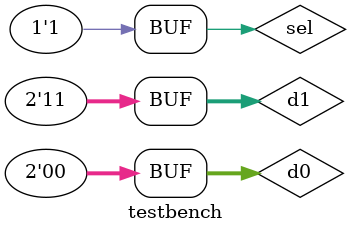
<source format=v>
`timescale 1ns / 1ps

module testbench;
    
    reg [1:0] d0;
    reg [1:0] d1;
    reg sel;
    wire [1:0] y_comb_c;
    wire [1:0] y_comb_i;
    wire [1:0] y_sel;
    wire [1:0] y_if;
    wire [1:0] y_case;
    
    b2_mux_2_1_comb_correct1 b2_mux_2_1_comb_correct1 (d0, d1, sel, y_comb_c);
    b2_mux_2_1_comb_incorrect b2_mux_2_1_comb_incorrect (d0, d1, sel, y_comb_i);
    b2_mux_2_1_sel b2_mux_2_1_sel (d0, d1, sel, y_sel);
    b2_mux_2_1_if b2_mux_2_1_if (d0, d1, sel, y_if);
    b2_mux_2_1_case b2_mux_2_1_case (d0, d1, sel, y_case);
    
    initial
    begin
        d0 = 2'b00;
        d1 = 2'b01;
        #5;
        sel = 1'b0;
        #10;
        sel = 1'b1;
        #10;
        d1 = 2'b00;
        #5;
        d1 = 2'b11;
        #5; 
    end 
    initial
    begin
        $monitor ("d0=%b, d1=%b, sel=%b,y_comb_i=%b, y_comb_c=%b, y_sel=%b, y_if=%b, y_case=%b",
                    d0, d1, sel, y_comb_i, y_comb_c, y_sel, y_if, y_case);
    end
endmodule
</source>
